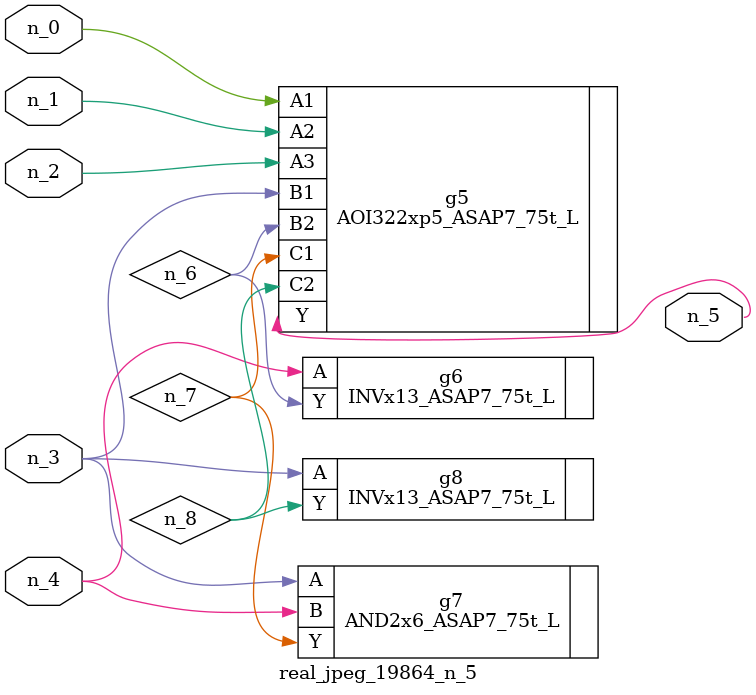
<source format=v>
module real_jpeg_19864_n_5 (n_4, n_0, n_1, n_2, n_3, n_5);

input n_4;
input n_0;
input n_1;
input n_2;
input n_3;

output n_5;

wire n_8;
wire n_6;
wire n_7;

AOI322xp5_ASAP7_75t_L g5 ( 
.A1(n_0),
.A2(n_1),
.A3(n_2),
.B1(n_3),
.B2(n_6),
.C1(n_7),
.C2(n_8),
.Y(n_5)
);

AND2x6_ASAP7_75t_L g7 ( 
.A(n_3),
.B(n_4),
.Y(n_7)
);

INVx13_ASAP7_75t_L g8 ( 
.A(n_3),
.Y(n_8)
);

INVx13_ASAP7_75t_L g6 ( 
.A(n_4),
.Y(n_6)
);


endmodule
</source>
